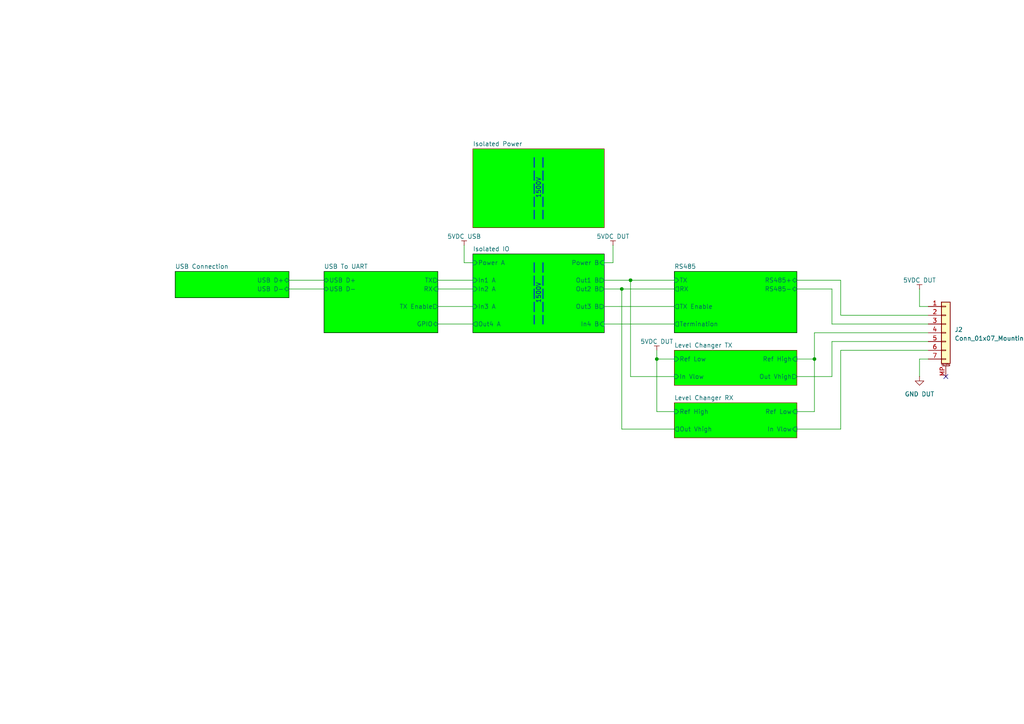
<source format=kicad_sch>
(kicad_sch (version 20231120) (generator "eeschema") (generator_version "8.0")
  (paper "A4")
  (lib_symbols
    (symbol "Connector_Generic_MountingPin:Conn_01x07_MountingPin" (pin_names (offset 1.016) hide)
      (property "Reference" "J" (at 0 10.16 0))
      (property "Value" "Conn_01x07_MountingPin" (at 1.27 -10.16 0))
      (symbol "Conn_01x07_MountingPin_1_1"
        (rectangle (start -1.27 -7.493) (end 0 -7.747) (stroke (width 0.1524)))
        (rectangle (start -1.27 -4.953) (end 0 -5.207) (stroke (width 0.1524)))
        (rectangle (start -1.27 -2.413) (end 0 -2.667) (stroke (width 0.1524)))
        (rectangle (start -1.27 0.127) (end 0 -0.127) (stroke (width 0.1524)))
        (rectangle (start -1.27 2.667) (end 0 2.413) (stroke (width 0.1524)))
        (rectangle (start -1.27 5.207) (end 0 4.953) (stroke (width 0.1524)))
        (rectangle (start -1.27 7.747) (end 0 7.493) (stroke (width 0.1524)))
        (rectangle (start -1.27 8.89) (end 1.27 -8.89) (stroke (width 0.254)) (fill (type background)))
        (polyline (pts (xy -1.016 -9.652) (xy 1.016 -9.652)) (stroke (width 0.1524)))
        (text "Mounting" (at 0 -9.271 0) (effects (font (size 0.381 0.381))))
        (pin passive line (at -5.08 7.62 0) (length 3.81) (name "Pin_1") (number "1"))
        (pin passive line (at -5.08 5.08 0) (length 3.81) (name "Pin_2") (number "2"))
        (pin passive line (at -5.08 2.54 0) (length 3.81) (name "Pin_3") (number "3"))
        (pin passive line (at -5.08 0 0) (length 3.81) (name "Pin_4") (number "4"))
        (pin passive line (at -5.08 -2.54 0) (length 3.81) (name "Pin_5") (number "5"))
        (pin passive line (at -5.08 -5.08 0) (length 3.81) (name "Pin_6") (number "6"))
        (pin passive line (at -5.08 -7.62 0) (length 3.81) (name "Pin_7") (number "7"))
        (pin passive line (at 0 -12.7 90) (length 3.048) (name "MountPin") (number "MP"))
      )
    )
    (symbol "Prototype Schematic Symbols - Isolated ComPort:5VDC" (power) (pin_numbers hide) (pin_names (offset 0) hide)
      (property "Value" "5VDC" (at 0 2.54 0))
      (symbol "5VDC_0_0"
        (pin power_in line (at 0 0 90) (length 0) (name "~") (number "1"))
      )
      (symbol "5VDC_0_1"
        (polyline (pts (xy 0 0) (xy 0 1.27) (xy 0.762 1.27) (xy 0 1.27) (xy -0.762 1.27) (xy 0 1.27)) (fill (type outline)))
      )
    )
    (symbol "power:GND" (power) (pin_numbers hide) (pin_names (offset 0) hide)
      (property "Value" "GND" (at 0 -3.81 0))
      (symbol "GND_0_1"
        (polyline (pts (xy 0 0) (xy 0 -1.27) (xy 1.27 -1.27) (xy 0 -2.54) (xy -1.27 -1.27) (xy 0 -1.27)))
      )
      (symbol "GND_1_1"
        (pin power_in line (at 0 0 270) (length 0) (name "~") (number "1"))
      )
    )
  )
  (junction (at 190.5 104.14))
  (junction (at 182.88 81.28))
  (junction (at 236.22 104.14))
  (junction (at 180.34 83.82))
  (no_connect (at 274.32 109.22))
  (wire (pts (xy 269.24 93.98) (xy 241.3 93.98)))
  (wire (pts (xy 243.84 124.46) (xy 243.84 101.6)))
  (wire (pts (xy 243.84 101.6) (xy 269.24 101.6)))
  (wire (pts (xy 175.26 83.82) (xy 180.34 83.82)))
  (wire (pts (xy 243.84 91.44) (xy 269.24 91.44)))
  (wire (pts (xy 180.34 83.82) (xy 195.58 83.82)))
  (wire (pts (xy 180.34 124.46) (xy 180.34 83.82)))
  (wire (pts (xy 195.58 109.22) (xy 182.88 109.22)))
  (wire (pts (xy 190.5 104.14) (xy 195.58 104.14)))
  (wire (pts (xy 134.62 71.12) (xy 134.62 76.2)))
  (wire (pts (xy 231.14 119.38) (xy 236.22 119.38)))
  (wire (pts (xy 195.58 124.46) (xy 180.34 124.46)))
  (wire (pts (xy 190.5 104.14) (xy 190.5 119.38)))
  (wire (pts (xy 231.14 124.46) (xy 243.84 124.46)))
  (wire (pts (xy 236.22 119.38) (xy 236.22 104.14)))
  (wire (pts (xy 182.88 109.22) (xy 182.88 81.28)))
  (wire (pts (xy 175.26 88.9) (xy 195.58 88.9)))
  (wire (pts (xy 236.22 104.14) (xy 231.14 104.14)))
  (wire (pts (xy 266.7 109.22) (xy 266.7 104.14)))
  (wire (pts (xy 190.5 101.6) (xy 190.5 104.14)))
  (wire (pts (xy 175.26 93.98) (xy 195.58 93.98)))
  (wire (pts (xy 241.3 109.22) (xy 231.14 109.22)))
  (wire (pts (xy 241.3 99.06) (xy 241.3 109.22)))
  (wire (pts (xy 175.26 76.2) (xy 177.8 76.2)))
  (wire (pts (xy 83.82 83.82) (xy 93.98 83.82)))
  (wire (pts (xy 266.7 88.9) (xy 269.24 88.9)))
  (wire (pts (xy 266.7 104.14) (xy 269.24 104.14)))
  (wire (pts (xy 190.5 119.38) (xy 195.58 119.38)))
  (wire (pts (xy 231.14 81.28) (xy 243.84 81.28)))
  (polyline (pts (xy 157.48 76.2) (xy 157.48 93.98)) (stroke (width 0.254) (type dash) (color 0 0 255 1)))
  (wire (pts (xy 134.62 76.2) (xy 137.16 76.2)))
  (wire (pts (xy 127 81.28) (xy 137.16 81.28)))
  (wire (pts (xy 127 88.9) (xy 137.16 88.9)))
  (wire (pts (xy 127 93.98) (xy 137.16 93.98)))
  (wire (pts (xy 177.8 71.12) (xy 177.8 76.2)))
  (polyline (pts (xy 154.94 76.2) (xy 154.94 93.98)) (stroke (width 0.254) (type dash) (color 0 0 255 1)))
  (wire (pts (xy 266.7 83.82) (xy 266.7 88.9)))
  (wire (pts (xy 241.3 83.82) (xy 231.14 83.82)))
  (wire (pts (xy 182.88 81.28) (xy 195.58 81.28)))
  (wire (pts (xy 236.22 96.52) (xy 269.24 96.52)))
  (wire (pts (xy 243.84 81.28) (xy 243.84 91.44)))
  (wire (pts (xy 241.3 93.98) (xy 241.3 83.82)))
  (wire (pts (xy 175.26 81.28) (xy 182.88 81.28)))
  (wire (pts (xy 127 83.82) (xy 137.16 83.82)))
  (wire (pts (xy 236.22 104.14) (xy 236.22 96.52)))
  (wire (pts (xy 269.24 99.06) (xy 241.3 99.06)))
  (wire (pts (xy 83.82 81.28) (xy 93.98 81.28)))
  (polyline (pts (xy 154.94 45.72) (xy 154.94 63.5)) (stroke (width 0.254) (type dash) (color 0 0 255 1)))
  (polyline (pts (xy 157.48 45.72) (xy 157.48 63.5)) (stroke (width 0.254) (type dash) (color 0 0 255 1)))
  (text "1500V" (at 156.21 85.09 90) (effects (font (size 1.27 1.27))))
  (text "1500V" (at 156.21 54.61 90) (effects (font (size 1.27 1.27))))
  (symbol (lib_id "Prototype Schematic Symbols - Isolated ComPort:5VDC") (at 190.5 101.6 0) (unit 1)
    (property "Reference" "#PWR019" (effects (hide yes)))
    (property "Value" "5VDC DUT" (at 190.5 99.06 0))
    (property "Description" "Power symbol creates a global label with name \"5VDC\"" (effects (hide yes)))
  )
  (symbol (lib_id "Prototype Schematic Symbols - Isolated ComPort:5VDC") (at 266.7 83.82 0) (unit 1)
    (property "Reference" "#PWR020" (effects (hide yes)))
    (property "Value" "5VDC DUT" (at 266.7 81.28 0))
    (property "Description" "Power symbol creates a global label with name \"5VDC\"" (effects (hide yes)))
  )
  (symbol (lib_id "power:GND") (at 266.7 109.22 0) (unit 1)
    (property "Reference" "#PWR021" (effects (hide yes)))
    (property "Value" "GND DUT" (at 266.7 114.3 0))
    (property "Description" "Power symbol creates a global label with name \"GND\" , ground" (effects (hide yes)))
  )
  (symbol (lib_id "Prototype Schematic Symbols - Isolated ComPort:5VDC") (at 177.8 71.12 0) (unit 1)
    (property "Reference" "#PWR023" (effects (hide yes)))
    (property "Value" "5VDC DUT" (at 177.8 68.58 0))
    (property "Description" "Power symbol creates a global label with name \"5VDC\"" (effects (hide yes)))
  )
  (symbol (lib_id "Connector_Generic_MountingPin:Conn_01x07_MountingPin") (at 274.32 96.52 0) (unit 1)
    (property "Reference" "J2" (at 276.86 95.6055 0) (effects (justify left)))
    (property "Value" "Conn_01x07_MountingPin" (at 276.86 98.1455 0) (effects (justify left)))
    (property "Description" "Generic connectable mounting pin connector, single row, 01x07, script generated (kicad-library-utils/schlib/autogen/connector/)" (effects (hide yes)))
  )
  (symbol (lib_id "Prototype Schematic Symbols - Isolated ComPort:5VDC") (at 134.62 71.12 0) (unit 1)
    (property "Reference" "#PWR022" (effects (hide yes)))
    (property "Value" "5VDC USB" (at 134.62 68.58 0))
    (property "Description" "Power symbol creates a global label with name \"5VDC\"" (effects (hide yes)))
  )
  (sheet (at 195.58 116.84) (size 35.56 10.16) (stroke (width 0.1524)) (fill (color 0 255 0 1.0000))
    (property "Sheetname" "Level Changer RX" (at 195.58 116.1284 0) (effects (justify left bottom)))
    (property "Sheetfile" "Level Changer.kicad_sch" (effects (hide yes)))
    (pin "Out Vhigh" output (at 195.58 124.46 180))
    (pin "Ref High" input (at 195.58 119.38 180))
    (pin "Ref Low" input (at 231.14 119.38 0))
    (pin "In Vlow" input (at 231.14 124.46 0))
  )
  (sheet (at 93.98 78.74) (size 33.02 17.78) (stroke (width 0.1524) (color 0 0 0 1)) (fill (color 0 255 0 1.0000))
    (property "Sheetname" "USB To UART" (at 93.98 78.0284 0) (effects (justify left bottom)))
    (property "Sheetfile" "USB To UART.kicad_sch" (effects (hide yes)))
    (pin "USB D-" bidirectional (at 93.98 83.82 180))
    (pin "USB D+" bidirectional (at 93.98 81.28 180))
    (pin "TX Enable" output (at 127 88.9 0))
    (pin "RX" input (at 127 83.82 0))
    (pin "TX" output (at 127 81.28 0))
    (pin "GPIO" bidirectional (at 127 93.98 0))
  )
  (sheet (at 137.16 73.66) (size 38.1 22.86) (stroke (width 0.1524) (color 0 0 0 1)) (fill (color 0 255 0 1.0000))
    (property "Sheetname" "Isolated IO" (at 137.16 72.9484 0) (effects (justify left bottom)))
    (property "Sheetfile" "Isolated IO.kicad_sch" (effects (hide yes)))
    (pin "Out4 A" output (at 137.16 93.98 180))
    (pin "In2 A" input (at 137.16 83.82 180))
    (pin "In3 A" input (at 137.16 88.9 180))
    (pin "In1 A" input (at 137.16 81.28 180))
    (pin "Power A" input (at 137.16 76.2 180))
    (pin "Out3 B" output (at 175.26 88.9 0))
    (pin "Out1 B" output (at 175.26 81.28 0))
    (pin "In4 B" input (at 175.26 93.98 0))
    (pin "Out2 B" output (at 175.26 83.82 0))
    (pin "Power B" input (at 175.26 76.2 0))
  )
  (sheet (at 195.58 78.74) (size 35.56 17.78) (stroke (width 0.1524) (color 0 0 0 1)) (fill (color 0 255 0 1.0000))
    (property "Sheetname" "RS485" (at 195.58 78.0284 0) (effects (justify left bottom)))
    (property "Sheetfile" "RS485.kicad_sch" (effects (hide yes)))
    (pin "Termination" output (at 195.58 93.98 180))
    (pin "TX Enable" output (at 195.58 88.9 180))
    (pin "RX" output (at 195.58 83.82 180))
    (pin "RS485+" bidirectional (at 231.14 81.28 0))
    (pin "RS485-" bidirectional (at 231.14 83.82 0))
    (pin "TX" input (at 195.58 81.28 180))
  )
  (sheet (at 195.58 101.6) (size 35.56 10.16) (stroke (width 0.1524)) (fill (color 0 255 0 1.0000))
    (property "Sheetname" "Level Changer TX" (at 195.58 100.8884 0) (effects (justify left bottom)))
    (property "Sheetfile" "Level Changer.kicad_sch" (effects (hide yes)))
    (pin "Out Vhigh" output (at 231.14 109.22 0))
    (pin "Ref High" input (at 231.14 104.14 0))
    (pin "Ref Low" input (at 195.58 104.14 180))
    (pin "In Vlow" input (at 195.58 109.22 180))
  )
  (sheet (at 137.16 43.18) (size 38.1 22.86) (stroke (width 0.1524)) (fill (color 0 255 0 1.0000))
    (property "Sheetname" "Isolated Power" (at 137.16 42.4684 0) (effects (justify left bottom)))
    (property "Sheetfile" "Isolated Power.kicad_sch" (effects (hide yes)))
  )
  (sheet (at 50.8 78.74) (size 33.02 7.62) (stroke (width 0.1524) (color 0 0 0 1)) (fill (color 0 255 0 1.0000))
    (property "Sheetname" "USB Connection" (at 50.8 78.0284 0) (effects (justify left bottom)))
    (property "Sheetfile" "USB Connection.kicad_sch" (effects (hide yes)))
    (pin "USB D-" bidirectional (at 83.82 83.82 0))
    (pin "USB D+" bidirectional (at 83.82 81.28 0))
  )
)
</source>
